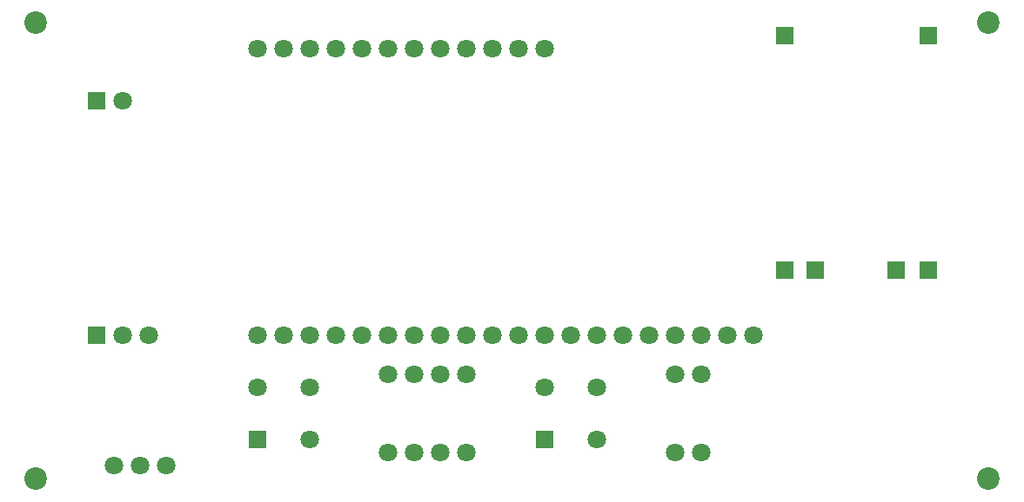
<source format=gts>
%TF.GenerationSoftware,KiCad,Pcbnew,9.0.0*%
%TF.CreationDate,2025-03-19T00:35:47-07:00*%
%TF.ProjectId,tag,7461672e-6b69-4636-9164-5f7063625858,v0.3*%
%TF.SameCoordinates,Original*%
%TF.FileFunction,Soldermask,Top*%
%TF.FilePolarity,Negative*%
%FSLAX46Y46*%
G04 Gerber Fmt 4.6, Leading zero omitted, Abs format (unit mm)*
G04 Created by KiCad (PCBNEW 9.0.0) date 2025-03-19 00:35:47*
%MOMM*%
%LPD*%
G01*
G04 APERTURE LIST*
%ADD10C,1.800000*%
%ADD11R,1.800000X1.800000*%
%ADD12C,2.200000*%
G04 APERTURE END LIST*
D10*
%TO.C,ESP32_UWB1*%
X119380000Y-113030000D03*
X121920000Y-113030000D03*
X124460000Y-113030000D03*
X127000000Y-113030000D03*
X129540000Y-113030000D03*
X132080000Y-113030000D03*
X134620000Y-113030000D03*
X137160000Y-113030000D03*
X139700000Y-113030000D03*
X142240000Y-113030000D03*
X144780000Y-113030000D03*
X147320000Y-113030000D03*
X149860000Y-113030000D03*
X152400000Y-113030000D03*
X154940000Y-113030000D03*
X157480000Y-113030000D03*
X160020000Y-113030000D03*
X162560000Y-113030000D03*
X165100000Y-113030000D03*
X167640000Y-113030000D03*
X119380000Y-85090000D03*
X121920000Y-85090000D03*
X124460000Y-85090000D03*
X127000000Y-85090000D03*
X129540000Y-85090000D03*
X132080000Y-85090000D03*
X134620000Y-85090000D03*
X137160000Y-85090000D03*
X139700000Y-85090000D03*
X142240000Y-85090000D03*
X144780000Y-85090000D03*
X147320000Y-85090000D03*
%TD*%
D11*
%TO.C,5V_DC_DC_Converter1*%
X103710000Y-113030000D03*
D10*
X106250000Y-113030000D03*
X108790000Y-113030000D03*
D11*
X103710000Y-90170000D03*
D10*
X106250000Y-90170000D03*
%TD*%
%TO.C,R1*%
X132080000Y-124460000D03*
X132080000Y-116840000D03*
%TD*%
D12*
%TO.C,REF\u002A\u002A*%
X190500000Y-127000000D03*
%TD*%
D11*
%TO.C,RGB_LED_SQAURE1*%
X119380000Y-123190000D03*
D10*
X119380000Y-118110000D03*
X124460000Y-118110000D03*
X124460000Y-123190000D03*
%TD*%
D11*
%TO.C,RGB_LED_SQAURE2*%
X147320000Y-123190000D03*
D10*
X147320000Y-118110000D03*
X152400000Y-118110000D03*
X152400000Y-123190000D03*
%TD*%
%TO.C,R2*%
X134620000Y-124460000D03*
X134620000Y-116840000D03*
%TD*%
%TO.C,R4*%
X139700000Y-124460000D03*
X139700000Y-116840000D03*
%TD*%
%TO.C,R3*%
X137160000Y-124460000D03*
X137160000Y-116840000D03*
%TD*%
%TO.C,R6*%
X162560000Y-124460000D03*
X162560000Y-116840000D03*
%TD*%
%TO.C,ON_OFF_SWITCH1*%
X105410000Y-125730000D03*
X107950000Y-125730000D03*
X110490000Y-125730000D03*
%TD*%
D12*
%TO.C,REF\u002A\u002A*%
X190500000Y-82550000D03*
%TD*%
D10*
%TO.C,R5*%
X160020000Y-124460000D03*
X160020000Y-116840000D03*
%TD*%
D12*
%TO.C,REF\u002A\u002A*%
X97790000Y-82550000D03*
%TD*%
%TO.C,REF\u002A\u002A*%
X97790000Y-127000000D03*
%TD*%
D11*
%TO.C,Battery_Charger1*%
X170715000Y-83820000D03*
X184685000Y-83820000D03*
X170715000Y-106680000D03*
X173615000Y-106680000D03*
X181485000Y-106680000D03*
X184685000Y-106680000D03*
%TD*%
M02*

</source>
